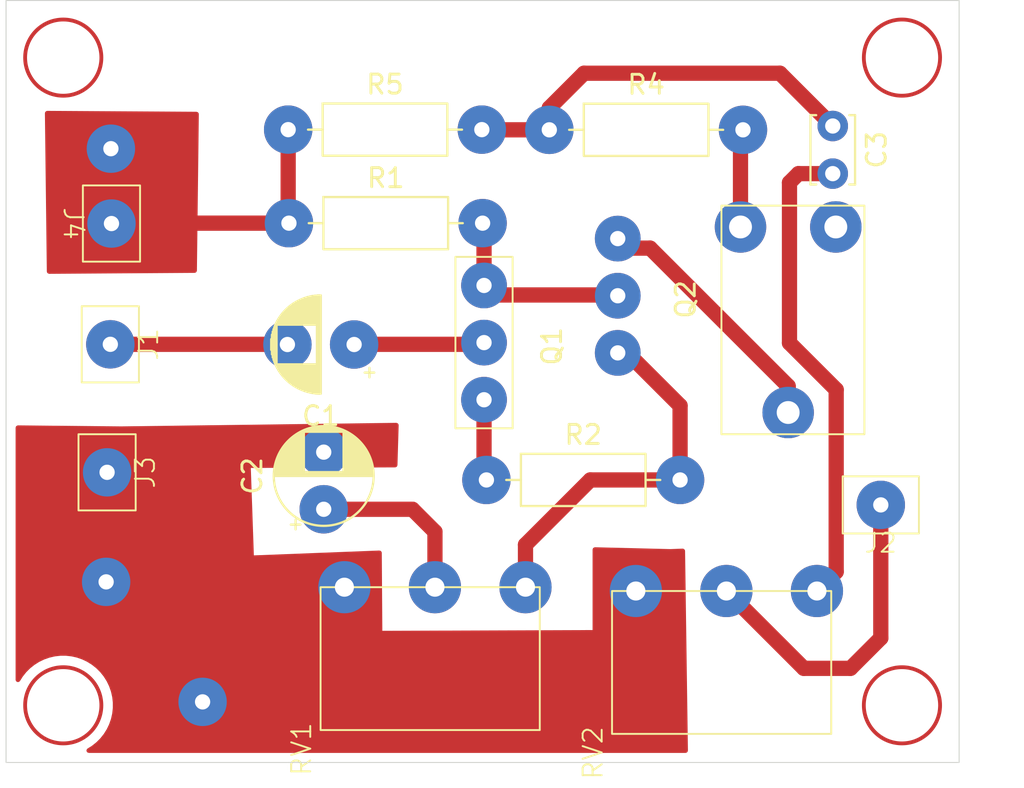
<source format=kicad_pcb>
(kicad_pcb (version 20241229) (generator "pcbnew") (generator_version "9.0")
  (layers (0 "F.Cu" signal) (2 "B.Cu" signal) (13 "F.Paste" user) (15 "B.Paste" user) (5 "F.SilkS" user "F.Silkscreen") (7 "B.SilkS" user "B.Silkscreen") (1 "F.Mask" user) (3 "B.Mask" user) (25 "Edge.Cuts" user))
  (net 0 "")
  (net 1 "AUDIO_INPUT")
  (net 2 "Net-(Q1-B)")
  (net 3 "GNDREF")
  (net 4 "Net-(C2-Pad1)")
  (net 5 "Net-(C3-Pad1)")
  (net 6 "Net-(C3-Pad2)")
  (net 7 "OUTPUT_INPUT")
  (net 8 "+9V")
  (net 9 "Net-(Q1-E)")
  (net 10 "Net-(Q1-C)")
  (net 11 "Net-(Q2-C)")
  (net 12 "Net-(Q2-E)")
  (net 13 "Net-(R4-Pad2)")
  (footprint "Package_TO_SOT_THT:TO-92L_MOD" (layer "F.Cu") (at 91.115 86.85 -90)
    (property "Reference" "Q1" (at 1.19 -3.56 90) (layer "F.SilkS"))
    (property "Value" "2N2222")
    (fp_rect (start -3.5 -1.5) (end 5.5 1.5) (stroke (width 0.1)) (fill no) (layer "F.SilkS"))
    (pad "1" thru_hole circle (at -2 0 270) (size 2.4 2.4) (drill 0.8) (layers "*.Cu" "*.Mask") (net 10 "Net-(Q1-C)"))
    (pad "2" thru_hole circle (at 1 0 270) (size 2.4 2.4) (drill 0.8) (layers "*.Cu" "*.Mask") (net 2 "Net-(Q1-B)"))
    (pad "3" thru_hole circle (at 4 0 270) (size 2.4 2.4) (drill 0.8) (layers "*.Cu" "*.Mask") (net 9 "Net-(Q1-E)"))
  )
  (footprint "Capacitor_THT:CP_Radial_D5.0mm_P2.50mm" (layer "F.Cu") (at 82.704888 96.1 90)
    (property "Reference" "C2" (at 1.25 -3.75 90) (layer "F.SilkS"))
    (property "Value" "22uF")
    (fp_line (start 1.29 -2.58) (end 1.29 2.58) (stroke (width 0.12)) (layer "F.SilkS"))
    (fp_line (start 1.25 -2.58) (end 1.25 2.58) (stroke (width 0.12)) (layer "F.SilkS"))
    (fp_line (start 1.33 -2.579) (end 1.33 2.579) (stroke (width 0.12)) (layer "F.SilkS"))
    (fp_line (start 1.37 -2.577) (end 1.37 2.577) (stroke (width 0.12)) (layer "F.SilkS"))
    (fp_line (start 1.41 -2.575) (end 1.41 2.575) (stroke (width 0.12)) (layer "F.SilkS"))
    (fp_line (start 1.45 -2.572) (end 1.45 2.572) (stroke (width 0.12)) (layer "F.SilkS"))
    (fp_line (start 1.49 -2.569) (end 1.49 -1.04) (stroke (width 0.12)) (layer "F.SilkS"))
    (fp_line (start 1.53 -2.565) (end 1.53 -1.04) (stroke (width 0.12)) (layer "F.SilkS"))
    (fp_line (start 1.57 -2.56) (end 1.57 -1.04) (stroke (width 0.12)) (layer "F.SilkS"))
    (fp_line (start 1.61 -2.555) (end 1.61 -1.04) (stroke (width 0.12)) (layer "F.SilkS"))
    (fp_line (start 1.65 -2.549) (end 1.65 -1.04) (stroke (width 0.12)) (layer "F.SilkS"))
    (fp_line (start 1.69 -2.543) (end 1.69 -1.04) (stroke (width 0.12)) (layer "F.SilkS"))
    (fp_line (start 1.73 -2.536) (end 1.73 -1.04) (stroke (width 0.12)) (layer "F.SilkS"))
    (fp_line (start 1.77 -2.528) (end 1.77 -1.04) (stroke (width 0.12)) (layer "F.SilkS"))
    (fp_line (start 1.81 -2.519) (end 1.81 -1.04) (stroke (width 0.12)) (layer "F.SilkS"))
    (fp_line (start 1.85 -2.51) (end 1.85 -1.04) (stroke (width 0.12)) (layer "F.SilkS"))
    (fp_line (start 1.89 -2.501) (end 1.89 -1.04) (stroke (width 0.12)) (layer "F.SilkS"))
    (fp_line (start 1.93 -2.49) (end 1.93 -1.04) (stroke (width 0.12)) (layer "F.SilkS"))
    (fp_line (start 1.97 -2.479) (end 1.97 -1.04) (stroke (width 0.12)) (layer "F.SilkS"))
    (fp_line (start 2.01 -2.467) (end 2.01 -1.04) (stroke (width 0.12)) (layer "F.SilkS"))
    (fp_line (start 2.05 -2.455) (end 2.05 -1.04) (stroke (width 0.12)) (layer "F.SilkS"))
    (fp_line (start 2.09 -2.442) (end 2.09 -1.04) (stroke (width 0.12)) (layer "F.SilkS"))
    (fp_line (start 2.13 -2.428) (end 2.13 -1.04) (stroke (width 0.12)) (layer "F.SilkS"))
    (fp_line (start 2.17 -2.413) (end 2.17 -1.04) (stroke (width 0.12)) (layer "F.SilkS"))
    (fp_line (start 2.21 -2.398) (end 2.21 -1.04) (stroke (width 0.12)) (layer "F.SilkS"))
    (fp_line (start 2.25 -2.382) (end 2.25 -1.04) (stroke (width 0.12)) (layer "F.SilkS"))
    (fp_line (start 2.29 -2.365) (end 2.29 -1.04) (stroke (width 0.12)) (layer "F.SilkS"))
    (fp_line (start 2.33 -2.347) (end 2.33 -1.04) (stroke (width 0.12)) (layer "F.SilkS"))
    (fp_line (start 2.37 -2.329) (end 2.37 -1.04) (stroke (width 0.12)) (layer "F.SilkS"))
    (fp_line (start 2.41 -2.309) (end 2.41 -1.04) (stroke (width 0.12)) (layer "F.SilkS"))
    (fp_line (start 2.45 -2.289) (end 2.45 -1.04) (stroke (width 0.12)) (layer "F.SilkS"))
    (fp_line (start 2.49 -2.268) (end 2.49 -1.04) (stroke (width 0.12)) (layer "F.SilkS"))
    (fp_line (start 2.53 -2.246) (end 2.53 -1.04) (stroke (width 0.12)) (layer "F.SilkS"))
    (fp_line (start 2.57 -2.223) (end 2.57 -1.04) (stroke (width 0.12)) (layer "F.SilkS"))
    (fp_line (start 2.61 -2.199) (end 2.61 -1.04) (stroke (width 0.12)) (layer "F.SilkS"))
    (fp_line (start 2.65 -2.175) (end 2.65 -1.04) (stroke (width 0.12)) (layer "F.SilkS"))
    (fp_line (start 2.69 -2.149) (end 2.69 -1.04) (stroke (width 0.12)) (layer "F.SilkS"))
    (fp_line (start 2.73 -2.122) (end 2.73 -1.04) (stroke (width 0.12)) (layer "F.SilkS"))
    (fp_line (start 2.77 -2.094) (end 2.77 -1.04) (stroke (width 0.12)) (layer "F.SilkS"))
    (fp_line (start 2.81 -2.065) (end 2.81 -1.04) (stroke (width 0.12)) (layer "F.SilkS"))
    (fp_line (start 2.85 -2.035) (end 2.85 -1.04) (stroke (width 0.12)) (layer "F.SilkS"))
    (fp_line (start 2.89 -2.003) (end 2.89 -1.04) (stroke (width 0.12)) (layer "F.SilkS"))
    (fp_line (start 2.93 -1.97) (end 2.93 -1.04) (stroke (width 0.12)) (layer "F.SilkS"))
    (fp_line (start 2.97 -1.936) (end 2.97 -1.04) (stroke (width 0.12)) (layer "F.SilkS"))
    (fp_line (start 3.01 -1.901) (end 3.01 -1.04) (stroke (width 0.12)) (layer "F.SilkS"))
    (fp_line (start 3.05 -1.864) (end 3.05 -1.04) (stroke (width 0.12)) (layer "F.SilkS"))
    (fp_line (start 3.09 -1.825) (end 3.09 -1.04) (stroke (width 0.12)) (layer "F.SilkS"))
    (fp_line (start 3.13 -1.785) (end 3.13 -1.04) (stroke (width 0.12)) (layer "F.SilkS"))
    (fp_line (start 3.17 -1.743) (end 3.17 -1.04) (stroke (width 0.12)) (layer "F.SilkS"))
    (fp_line (start -1.304775 -1.725) (end -1.304775 -1.225) (stroke (width 0.12)) (layer "F.SilkS"))
    (fp_line (start 3.21 -1.699) (end 3.21 -1.04) (stroke (width 0.12)) (layer "F.SilkS"))
    (fp_line (start 3.25 -1.652) (end 3.25 -1.04) (stroke (width 0.12)) (layer "F.SilkS"))
    (fp_line (start 3.29 -1.604) (end 3.29 -1.04) (stroke (width 0.12)) (layer "F.SilkS"))
    (fp_line (start 3.33 -1.553) (end 3.33 -1.04) (stroke (width 0.12)) (layer "F.SilkS"))
    (fp_line (start 3.37 -1.499) (end 3.37 -1.04) (stroke (width 0.12)) (layer "F.SilkS"))
    (fp_line (start -1.554775 -1.475) (end -1.054775 -1.475) (stroke (width 0.12)) (layer "F.SilkS"))
    (fp_line (start 3.41 -1.443) (end 3.41 -1.04) (stroke (width 0.12)) (layer "F.SilkS"))
    (fp_line (start 3.45 -1.383) (end 3.45 -1.04) (stroke (width 0.12)) (layer "F.SilkS"))
    (fp_line (start 3.49 -1.319) (end 3.49 -1.04) (stroke (width 0.12)) (layer "F.SilkS"))
    (fp_line (start 3.53 -1.251) (end 3.53 -1.04) (stroke (width 0.12)) (layer "F.SilkS"))
    (fp_line (start 3.57 -1.177) (end 3.57 1.177) (stroke (width 0.12)) (layer "F.SilkS"))
    (fp_line (start 3.61 -1.098) (end 3.61 1.098) (stroke (width 0.12)) (layer "F.SilkS"))
    (fp_line (start 3.65 -1.011) (end 3.65 1.011) (stroke (width 0.12)) (layer "F.SilkS"))
    (fp_line (start 3.69 -0.914) (end 3.69 0.914) (stroke (width 0.12)) (layer "F.SilkS"))
    (fp_line (start 3.73 -0.805) (end 3.73 0.805) (stroke (width 0.12)) (layer "F.SilkS"))
    (fp_line (start 3.77 -0.677) (end 3.77 0.677) (stroke (width 0.12)) (layer "F.SilkS"))
    (fp_line (start 3.81 -0.517) (end 3.81 0.517) (stroke (width 0.12)) (layer "F.SilkS"))
    (fp_line (start 3.85 -0.283) (end 3.85 0.283) (stroke (width 0.12)) (layer "F.SilkS"))
    (fp_line (start 3.53 1.04) (end 3.53 1.251) (stroke (width 0.12)) (layer "F.SilkS"))
    (fp_line (start 3.49 1.04) (end 3.49 1.319) (stroke (width 0.12)) (layer "F.SilkS"))
    (fp_line (start 3.45 1.04) (end 3.45 1.383) (stroke (width 0.12)) (layer "F.SilkS"))
    (fp_line (start 3.41 1.04) (end 3.41 1.443) (stroke (width 0.12)) (layer "F.SilkS"))
    (fp_line (start 3.37 1.04) (end 3.37 1.499) (stroke (width 0.12)) (layer "F.SilkS"))
    (fp_line (start 3.33 1.04) (end 3.33 1.553) (stroke (width 0.12)) (layer "F.SilkS"))
    (fp_line (start 3.29 1.04) (end 3.29 1.604) (stroke (width 0.12)) (layer "F.SilkS"))
    (fp_line (start 3.25 1.04) (end 3.25 1.652) (stroke (width 0.12)) (layer "F.SilkS"))
    (fp_line (start 3.21 1.04) (end 3.21 1.699) (stroke (width 0.12)) (layer "F.SilkS"))
    (fp_line (start 3.17 1.04) (end 3.17 1.743) (stroke (width 0.12)) (layer "F.SilkS"))
    (fp_line (start 3.13 1.04) (end 3.13 1.785) (stroke (width 0.12)) (layer "F.SilkS"))
    (fp_line (start 3.09 1.04) (end 3.09 1.825) (stroke (width 0.12)) (layer "F.SilkS"))
    (fp_line (start 3.05 1.04) (end 3.05 1.864) (stroke (width 0.12)) (layer "F.SilkS"))
    (fp_line (start 3.01 1.04) (end 3.01 1.901) (stroke (width 0.12)) (layer "F.SilkS"))
    (fp_line (start 2.97 1.04) (end 2.97 1.936) (stroke (width 0.12)) (layer "F.SilkS"))
    (fp_line (start 2.93 1.04) (end 2.93 1.97) (stroke (width 0.12)) (layer "F.SilkS"))
    (fp_line (start 2.89 1.04) (end 2.89 2.003) (stroke (width 0.12)) (layer "F.SilkS"))
    (fp_line (start 2.85 1.04) (end 2.85 2.035) (stroke (width 0.12)) (layer "F.SilkS"))
    (fp_line (start 2.81 1.04) (end 2.81 2.065) (stroke (width 0.12)) (layer "F.SilkS"))
    (fp_line (start 2.77 1.04) (end 2.77 2.094) (stroke (width 0.12)) (layer "F.SilkS"))
    (fp_line (start 2.73 1.04) (end 2.73 2.122) (stroke (width 0.12)) (layer "F.SilkS"))
    (fp_line (start 2.69 1.04) (end 2.69 2.149) (stroke (width 0.12)) (layer "F.SilkS"))
    (fp_line (start 2.65 1.04) (end 2.65 2.175) (stroke (width 0.12)) (layer "F.SilkS"))
    (fp_line (start 2.61 1.04) (end 2.61 2.199) (stroke (width 0.12)) (layer "F.SilkS"))
    (fp_line (start 2.57 1.04) (end 2.57 2.223) (stroke (width 0.12)) (layer "F.SilkS"))
    (fp_line (start 2.53 1.04) (end 2.53 2.246) (stroke (width 0.12)) (layer "F.SilkS"))
    (fp_line (start 2.49 1.04) (end 2.49 2.268) (stroke (width 0.12)) (layer "F.SilkS"))
    (fp_line (start 2.45 1.04) (end 2.45 2.289) (stroke (width 0.12)) (layer "F.SilkS"))
    (fp_line (start 2.41 1.04) (end 2.41 2.309) (stroke (width 0.12)) (layer "F.SilkS"))
    (fp_line (start 2.37 1.04) (end 2.37 2.329) (stroke (width 0.12)) (layer "F.SilkS"))
    (fp_line (start 2.33 1.04) (end 2.33 2.347) (stroke (width 0.12)) (layer "F.SilkS"))
    (fp_line (start 2.29 1.04) (end 2.29 2.365) (stroke (width 0.12)) (layer "F.SilkS"))
    (fp_line (start 2.25 1.04) (end 2.25 2.382) (stroke (width 0.12)) (layer "F.SilkS"))
    (fp_line (start 2.21 1.04) (end 2.21 2.398) (stroke (width 0.12)) (layer "F.SilkS"))
    (fp_line (start 2.17 1.04) (end 2.17 2.413) (stroke (width 0.12)) (layer "F.SilkS"))
    (fp_line (start 2.13 1.04) (end 2.13 2.428) (stroke (width 0.12)) (layer "F.SilkS"))
    (fp_line (start 2.09 1.04) (end 2.09 2.442) (stroke (width 0.12)) (layer "F.SilkS"))
    (fp_line (start 2.05 1.04) (end 2.05 2.455) (stroke (width 0.12)) (layer "F.SilkS"))
    (fp_line (start 2.01 1.04) (end 2.01 2.467) (stroke (width 0.12)) (layer "F.SilkS"))
    (fp_line (start 1.97 1.04) (end 1.97 2.479) (stroke (width 0.12)) (layer "F.SilkS"))
    (fp_line (start 1.93 1.04) (end 1.93 2.49) (stroke (width 0.12)) (layer "F.SilkS"))
    (fp_line (start 1.89 1.04) (end 1.89 2.501) (stroke (width 0.12)) (layer "F.SilkS"))
    (fp_line (start 1.85 1.04) (end 1.85 2.51) (stroke (width 0.12)) (layer "F.SilkS"))
    (fp_line (start 1.81 1.04) (end 1.81 2.519) (stroke (width 0.12)) (layer "F.SilkS"))
    (fp_line (start 1.77 1.04) (end 1.77 2.528) (stroke (width 0.12)) (layer "F.SilkS"))
    (fp_line (start 1.73 1.04) (end 1.73 2.536) (stroke (width 0.12)) (layer "F.SilkS"))
    (fp_line (start 1.69 1.04) (end 1.69 2.543) (stroke (width 0.12)) (layer "F.SilkS"))
    (fp_line (start 1.65 1.04) (end 1.65 2.549) (stroke (width 0.12)) (layer "F.SilkS"))
    (fp_line (start 1.61 1.04) (end 1.61 2.555) (stroke (width 0.12)) (layer "F.SilkS"))
    (fp_line (start 1.57 1.04) (end 1.57 2.56) (stroke (width 0.12)) (layer "F.SilkS"))
    (fp_line (start 1.53 1.04) (end 1.53 2.565) (stroke (width 0.12)) (layer "F.SilkS"))
    (fp_line (start 1.49 1.04) (end 1.49 2.569) (stroke (width 0.12)) (layer "F.SilkS"))
    (fp_circle (center 1.25 0) (end 3.87 0) (stroke (width 0.12)) (fill no) (layer "F.SilkS"))
    (pad "1" thru_hole circle (at -0.5 0 90) (size 2.54 2.54) (drill 0.8) (layers "*.Cu" "*.Mask") (net 4 "Net-(C2-Pad1)"))
    (pad "2" thru_hole circle (at 2.5 0 90) (size 2.54 2.54) (drill 0.8) (layers "*.Cu" "*.Mask") (net 3 "GNDREF"))
  )
  (footprint "BJT:TO-92L_MOD" (layer "F.Cu") (at 98.13 84.39 -90)
    (property "Reference" "Q2" (at 1.19 -3.56 90) (layer "F.SilkS"))
    (property "Value" "2N2222")
    (pad "1" thru_hole circle (at -2 0 270) (size 2.4 2.4) (drill 0.8) (layers "*.Cu" "*.Mask") (net 11 "Net-(Q2-C)"))
    (pad "2" thru_hole circle (at 1 0 270) (size 2.4 2.4) (drill 0.8) (layers "*.Cu" "*.Mask") (net 10 "Net-(Q1-C)"))
    (pad "3" thru_hole circle (at 4 0 270) (size 2.4 2.4) (drill 0.8) (layers "*.Cu" "*.Mask") (net 12 "Net-(Q2-E)"))
  )
  (footprint "Capacitor_THT:C_Disc_D3.4mm_W2.1mm_P2.50mm" (layer "F.Cu") (at 109.41 76.48 -90)
    (property "Reference" "C3" (at 1.25 -2.3 90) (layer "F.SilkS"))
    (property "Value" "0.01uF")
    (fp_line (start -0.57 1.17) (end -0.57 0.87) (stroke (width 0.12)) (layer "F.SilkS"))
    (fp_line (start 3.07 1.17) (end -0.57 1.17) (stroke (width 0.12)) (layer "F.SilkS"))
    (fp_line (start 3.07 0.87) (end 3.07 1.17) (stroke (width 0.12)) (layer "F.SilkS"))
    (fp_line (start -0.57 -0.87) (end -0.57 -1.17) (stroke (width 0.12)) (layer "F.SilkS"))
    (fp_line (start -0.57 -1.17) (end 3.07 -1.17) (stroke (width 0.12)) (layer "F.SilkS"))
    (fp_line (start 3.07 -1.17) (end 3.07 -0.87) (stroke (width 0.12)) (layer "F.SilkS"))
    (pad "1" thru_hole circle (at 0 0 270) (size 1.6 1.6) (drill 0.8) (layers "*.Cu" "*.Mask") (net 5 "Net-(C3-Pad1)"))
    (pad "2" thru_hole circle (at 2.5 0 270) (size 1.6 1.6) (drill 0.8) (layers "*.Cu" "*.Mask") (net 6 "Net-(C3-Pad2)"))
  )
  (footprint "Conn:Single_Conn" (layer "F.Cu") (at 111.93 98.87)
    (property "Reference" "J2" (at 0 -0.5 0) (layer "F.SilkS") (effects (font (thickness 0.1))))
    (property "Value" "Conn_01x01_Socket")
    (fp_rect (start -2 -4) (end 2 -1) (stroke (width 0.1)) (fill no) (layer "F.SilkS"))
    (pad "1" thru_hole circle (at 0 -2.5) (size 2.54 2.54) (drill 0.8) (layers "*.Cu" "*.Mask") (net 7 "OUTPUT_INPUT"))
  )
  (footprint "Resistor_THT:R_Axial_DIN0207_L6.3mm_D2.5mm_P10.16mm_Horizontal" (layer "F.Cu") (at 94.54 76.68)
    (property "Reference" "R4" (at 5.08 -2.37 0) (layer "F.SilkS"))
    (property "Value" "1K")
    (fp_line (start 1.04 0) (end 1.81 0) (stroke (width 0.12)) (layer "F.SilkS"))
    (fp_line (start 9.12 0) (end 8.35 0) (stroke (width 0.12)) (layer "F.SilkS"))
    (fp_rect (start 1.81 -1.37) (end 8.35 1.37) (stroke (width 0.12)) (fill no) (layer "F.SilkS"))
    (pad "1" thru_hole circle (at 0 0) (size 2.54 2.54) (drill 0.8) (layers "*.Cu" "*.Mask") (net 5 "Net-(C3-Pad1)"))
    (pad "2" thru_hole circle (at 10.16 0) (size 2.54 2.54) (drill 0.8) (layers "*.Cu" "*.Mask") (net 13 "Net-(R4-Pad2)"))
  )
  (footprint "" (layer "F.Cu") (at 71.29 100.41)
    (property "Reference" "" (at 0 0 0) (layer "F.SilkS") (effects (font (size 1.27 1.27))))
    (property "Value" "")
    (pad "1" thru_hole circle (at 0 0 90) (size 2.54 2.54) (drill 0.8) (layers "*.Cu" "*.Mask") (net 3 "GNDREF"))
  )
  (footprint "Capacitor_THT:CP_Radial_D5.0mm_P2.50mm" (layer "F.Cu") (at 83.8 87.95 180)
    (property "Reference" "C1" (at 1.25 -3.75 0) (layer "F.SilkS"))
    (property "Value" "2.2uF")
    (fp_line (start 3.85 -0.283) (end 3.85 0.283) (stroke (width 0.12)) (layer "F.SilkS"))
    (fp_line (start 3.81 -0.517) (end 3.81 0.517) (stroke (width 0.12)) (layer "F.SilkS"))
    (fp_line (start 3.77 -0.677) (end 3.77 0.677) (stroke (width 0.12)) (layer "F.SilkS"))
    (fp_line (start 3.73 -0.805) (end 3.73 0.805) (stroke (width 0.12)) (layer "F.SilkS"))
    (fp_line (start 3.69 -0.914) (end 3.69 0.914) (stroke (width 0.12)) (layer "F.SilkS"))
    (fp_line (start 3.65 -1.011) (end 3.65 1.011) (stroke (width 0.12)) (layer "F.SilkS"))
    (fp_line (start 3.61 -1.098) (end 3.61 1.098) (stroke (width 0.12)) (layer "F.SilkS"))
    (fp_line (start 3.57 -1.177) (end 3.57 1.177) (stroke (width 0.12)) (layer "F.SilkS"))
    (fp_line (start 3.53 1.04) (end 3.53 1.251) (stroke (width 0.12)) (layer "F.SilkS"))
    (fp_line (start 3.53 -1.251) (end 3.53 -1.04) (stroke (width 0.12)) (layer "F.SilkS"))
    (fp_line (start 3.49 1.04) (end 3.49 1.319) (stroke (width 0.12)) (layer "F.SilkS"))
    (fp_line (start 3.49 -1.319) (end 3.49 -1.04) (stroke (width 0.12)) (layer "F.SilkS"))
    (fp_line (start 3.45 1.04) (end 3.45 1.383) (stroke (width 0.12)) (layer "F.SilkS"))
    (fp_line (start 3.45 -1.383) (end 3.45 -1.04) (stroke (width 0.12)) (layer "F.SilkS"))
    (fp_line (start 3.41 1.04) (end 3.41 1.443) (stroke (width 0.12)) (layer "F.SilkS"))
    (fp_line (start 3.41 -1.443) (end 3.41 -1.04) (stroke (width 0.12)) (layer "F.SilkS"))
    (fp_line (start 3.37 1.04) (end 3.37 1.499) (stroke (width 0.12)) (layer "F.SilkS"))
    (fp_line (start 3.37 -1.499) (end 3.37 -1.04) (stroke (width 0.12)) (layer "F.SilkS"))
    (fp_line (start 3.33 1.04) (end 3.33 1.553) (stroke (width 0.12)) (layer "F.SilkS"))
    (fp_line (start 3.33 -1.553) (end 3.33 -1.04) (stroke (width 0.12)) (layer "F.SilkS"))
    (fp_line (start 3.29 1.04) (end 3.29 1.604) (stroke (width 0.12)) (layer "F.SilkS"))
    (fp_line (start 3.29 -1.604) (end 3.29 -1.04) (stroke (width 0.12)) (layer "F.SilkS"))
    (fp_line (start 3.25 1.04) (end 3.25 1.652) (stroke (width 0.12)) (layer "F.SilkS"))
    (fp_line (start 3.25 -1.652) (end 3.25 -1.04) (stroke (width 0.12)) (layer "F.SilkS"))
    (fp_line (start 3.21 1.04) (end 3.21 1.699) (stroke (width 0.12)) (layer "F.SilkS"))
    (fp_line (start 3.21 -1.699) (end 3.21 -1.04) (stroke (width 0.12)) (layer "F.SilkS"))
    (fp_line (start 3.17 1.04) (end 3.17 1.743) (stroke (width 0.12)) (layer "F.SilkS"))
    (fp_line (start 3.17 -1.743) (end 3.17 -1.04) (stroke (width 0.12)) (layer "F.SilkS"))
    (fp_line (start 3.13 1.04) (end 3.13 1.785) (stroke (width 0.12)) (layer "F.SilkS"))
    (fp_line (start 3.13 -1.785) (end 3.13 -1.04) (stroke (width 0.12)) (layer "F.SilkS"))
    (fp_line (start 3.09 1.04) (end 3.09 1.825) (stroke (width 0.12)) (layer "F.SilkS"))
    (fp_line (start 3.09 -1.825) (end 3.09 -1.04) (stroke (width 0.12)) (layer "F.SilkS"))
    (fp_line (start 3.05 1.04) (end 3.05 1.864) (stroke (width 0.12)) (layer "F.SilkS"))
    (fp_line (start 3.05 -1.864) (end 3.05 -1.04) (stroke (width 0.12)) (layer "F.SilkS"))
    (fp_line (start 3.01 1.04) (end 3.01 1.901) (stroke (width 0.12)) (layer "F.SilkS"))
    (fp_line (start 3.01 -1.901) (end 3.01 -1.04) (stroke (width 0.12)) (layer "F.SilkS"))
    (fp_line (start 2.97 1.04) (end 2.97 1.936) (stroke (width 0.12)) (layer "F.SilkS"))
    (fp_line (start 2.97 -1.936) (end 2.97 -1.04) (stroke (width 0.12)) (layer "F.SilkS"))
    (fp_line (start 2.93 1.04) (end 2.93 1.97) (stroke (width 0.12)) (layer "F.SilkS"))
    (fp_line (start 2.93 -1.97) (end 2.93 -1.04) (stroke (width 0.12)) (layer "F.SilkS"))
    (fp_line (start 2.89 1.04) (end 2.89 2.003) (stroke (width 0.12)) (layer "F.SilkS"))
    (fp_line (start 2.89 -2.003) (end 2.89 -1.04) (stroke (width 0.12)) (layer "F.SilkS"))
    (fp_line (start 2.85 1.04) (end 2.85 2.035) (stroke (width 0.12)) (layer "F.SilkS"))
    (fp_line (start 2.85 -2.035) (end 2.85 -1.04) (stroke (width 0.12)) (layer "F.SilkS"))
    (fp_line (start 2.81 1.04) (end 2.81 2.065) (stroke (width 0.12)) (layer "F.SilkS"))
    (fp_line (start 2.81 -2.065) (end 2.81 -1.04) (stroke (width 0.12)) (layer "F.SilkS"))
    (fp_line (start 2.77 1.04) (end 2.77 2.094) (stroke (width 0.12)) (layer "F.SilkS"))
    (fp_line (start 2.77 -2.094) (end 2.77 -1.04) (stroke (width 0.12)) (layer "F.SilkS"))
    (fp_line (start 2.73 1.04) (end 2.73 2.122) (stroke (width 0.12)) (layer "F.SilkS"))
    (fp_line (start 2.73 -2.122) (end 2.73 -1.04) (stroke (width 0.12)) (layer "F.SilkS"))
    (fp_line (start 2.69 1.04) (end 2.69 2.149) (stroke (width 0.12)) (layer "F.SilkS"))
    (fp_line (start 2.69 -2.149) (end 2.69 -1.04) (stroke (width 0.12)) (layer "F.SilkS"))
    (fp_line (start 2.65 1.04) (end 2.65 2.175) (stroke (width 0.12)) (layer "F.SilkS"))
    (fp_line (start 2.65 -2.175) (end 2.65 -1.04) (stroke (width 0.12)) (layer "F.SilkS"))
    (fp_line (start 2.61 1.04) (end 2.61 2.199) (stroke (width 0.12)) (layer "F.SilkS"))
    (fp_line (start 2.61 -2.199) (end 2.61 -1.04) (stroke (width 0.12)) (layer "F.SilkS"))
    (fp_line (start 2.57 1.04) (end 2.57 2.223) (stroke (width 0.12)) (layer "F.SilkS"))
    (fp_line (start 2.57 -2.223) (end 2.57 -1.04) (stroke (width 0.12)) (layer "F.SilkS"))
    (fp_line (start 2.53 1.04) (end 2.53 2.246) (stroke (width 0.12)) (layer "F.SilkS"))
    (fp_line (start 2.53 -2.246) (end 2.53 -1.04) (stroke (width 0.12)) (layer "F.SilkS"))
    (fp_line (start 2.49 1.04) (end 2.49 2.268) (stroke (width 0.12)) (layer "F.SilkS"))
    (fp_line (start 2.49 -2.268) (end 2.49 -1.04) (stroke (width 0.12)) (layer "F.SilkS"))
    (fp_line (start 2.45 1.04) (end 2.45 2.289) (stroke (width 0.12)) (layer "F.SilkS"))
    (fp_line (start 2.45 -2.289) (end 2.45 -1.04) (stroke (width 0.12)) (layer "F.SilkS"))
    (fp_line (start 2.41 1.04) (end 2.41 2.309) (stroke (width 0.12)) (layer "F.SilkS"))
    (fp_line (start 2.41 -2.309) (end 2.41 -1.04) (stroke (width 0.12)) (layer "F.SilkS"))
    (fp_line (start 2.37 1.04) (end 2.37 2.329) (stroke (width 0.12)) (layer "F.SilkS"))
    (fp_line (start 2.37 -2.329) (end 2.37 -1.04) (stroke (width 0.12)) (layer "F.SilkS"))
    (fp_line (start 2.33 1.04) (end 2.33 2.347) (stroke (width 0.12)) (layer "F.SilkS"))
    (fp_line (start 2.33 -2.347) (end 2.33 -1.04) (stroke (width 0.12)) (layer "F.SilkS"))
    (fp_line (start 2.29 1.04) (end 2.29 2.365) (stroke (width 0.12)) (layer "F.SilkS"))
    (fp_line (start 2.29 -2.365) (end 2.29 -1.04) (stroke (width 0.12)) (layer "F.SilkS"))
    (fp_line (start 2.25 1.04) (end 2.25 2.382) (stroke (width 0.12)) (layer "F.SilkS"))
    (fp_line (start 2.25 -2.382) (end 2.25 -1.04) (stroke (width 0.12)) (layer "F.SilkS"))
    (fp_line (start 2.21 1.04) (end 2.21 2.398) (stroke (width 0.12)) (layer "F.SilkS"))
    (fp_line (start 2.21 -2.398) (end 2.21 -1.04) (stroke (width 0.12)) (layer "F.SilkS"))
    (fp_line (start 2.17 1.04) (end 2.17 2.413) (stroke (width 0.12)) (layer "F.SilkS"))
    (fp_line (start 2.17 -2.413) (end 2.17 -1.04) (stroke (width 0.12)) (layer "F.SilkS"))
    (fp_line (start 2.13 1.04) (end 2.13 2.428) (stroke (width 0.12)) (layer "F.SilkS"))
    (fp_line (start 2.13 -2.428) (end 2.13 -1.04) (stroke (width 0.12)) (layer "F.SilkS"))
    (fp_line (start 2.09 1.04) (end 2.09 2.442) (stroke (width 0.12)) (layer "F.SilkS"))
    (fp_line (start 2.09 -2.442) (end 2.09 -1.04) (stroke (width 0.12)) (layer "F.SilkS"))
    (fp_line (start 2.05 1.04) (end 2.05 2.455) (stroke (width 0.12)) (layer "F.SilkS"))
    (fp_line (start 2.05 -2.455) (end 2.05 -1.04) (stroke (width 0.12)) (layer "F.SilkS"))
    (fp_line (start 2.01 1.04) (end 2.01 2.467) (stroke (width 0.12)) (layer "F.SilkS"))
    (fp_line (start 2.01 -2.467) (end 2.01 -1.04) (stroke (width 0.12)) (layer "F.SilkS"))
    (fp_line (start 1.97 1.04) (end 1.97 2.479) (stroke (width 0.12)) (layer "F.SilkS"))
    (fp_line (start 1.97 -2.479) (end 1.97 -1.04) (stroke (width 0.12)) (layer "F.SilkS"))
    (fp_line (start 1.93 1.04) (end 1.93 2.49) (stroke (width 0.12)) (layer "F.SilkS"))
    (fp_line (start 1.93 -2.49) (end 1.93 -1.04) (stroke (width 0.12)) (layer "F.SilkS"))
    (fp_line (start 1.89 1.04) (end 1.89 2.501) (stroke (width 0.12)) (layer "F.SilkS"))
    (fp_line (start 1.89 -2.501) (end 1.89 -1.04) (stroke (width 0.12)) (layer "F.SilkS"))
    (fp_line (start 1.85 1.04) (end 1.85 2.51) (stroke (width 0.12)) (layer "F.SilkS"))
    (fp_line (start 1.85 -2.51) (end 1.85 -1.04) (stroke (width 0.12)) (layer "F.SilkS"))
    (fp_line (start 1.81 1.04) (end 1.81 2.519) (stroke (width 0.12)) (layer "F.SilkS"))
    (fp_line (start 1.81 -2.519) (end 1.81 -1.04) (stroke (width 0.12)) (layer "F.SilkS"))
    (fp_line (start 1.77 1.04) (end 1.77 2.528) (stroke (width 0.12)) (layer "F.SilkS"))
    (fp_line (start 1.77 -2.528) (end 1.77 -1.04) (stroke (width 0.12)) (layer "F.SilkS"))
    (fp_line (start 1.73 1.04) (end 1.73 2.536) (stroke (width 0.12)) (layer "F.SilkS"))
    (fp_line (start 1.73 -2.536) (end 1.73 -1.04) (stroke (width 0.12)) (layer "F.SilkS"))
    (fp_line (start 1.69 1.04) (end 1.69 2.543) (stroke (width 0.12)) (layer "F.SilkS"))
    (fp_line (start 1.69 -2.543) (end 1.69 -1.04) (stroke (width 0.12)) (layer "F.SilkS"))
    (fp_line (start 1.65 1.04) (end 1.65 2.549) (stroke (width 0.12)) (layer "F.SilkS"))
    (fp_line (start 1.65 -2.549) (end 1.65 -1.04) (stroke (width 0.12)) (layer "F.SilkS"))
    (fp_line (start 1.61 1.04) (end 1.61 2.555) (stroke (width 0.12)) (layer "F.SilkS"))
    (fp_line (start 1.61 -2.555) (end 1.61 -1.04) (stroke (width 0.12)) (layer "F.SilkS"))
    (fp_line (start 1.57 1.04) (end 1.57 2.56) (stroke (width 0.12)) (layer "F.SilkS"))
    (fp_line (start 1.57 -2.56) (end 1.57 -1.04) (stroke (width 0.12)) (layer "F.SilkS"))
    (fp_line (start 1.53 1.04) (end 1.53 2.565) (stroke (width 0.12)) (layer "F.SilkS"))
    (fp_line (start 1.53 -2.565) (end 1.53 -1.04) (stroke (width 0.12)) (layer "F.SilkS"))
    (fp_line (start 1.49 -2.569) (end 1.49 -1.04) (stroke (width 0.12)) (layer "F.SilkS"))
    (fp_line (start 1.45 -2.572) (end 1.45 2.572) (stroke (width 0.12)) (layer "F.SilkS"))
    (fp_line (start 1.41 -2.575) (end 1.41 2.575) (stroke (width 0.12)) (layer "F.SilkS"))
    (fp_line (start 1.37 -2.577) (end 1.37 2.577) (stroke (width 0.12)) (layer "F.SilkS"))
    (fp_line (start 1.33 -2.579) (end 1.33 2.579) (stroke (width 0.12)) (layer "F.SilkS"))
    (fp_line (start 1.29 -2.58) (end 1.29 2.58) (stroke (width 0.12)) (layer "F.SilkS"))
    (fp_line (start 1.25 -2.58) (end 1.25 2.58) (stroke (width 0.12)) (layer "F.SilkS"))
    (fp_line (start -1.304775 -1.725) (end -1.304775 -1.225) (stroke (width 0.12)) (layer "F.SilkS"))
    (fp_line (start -1.554775 -1.475) (end -1.054775 -1.475) (stroke (width 0.12)) (layer "F.SilkS"))
    (pad "1" thru_hole circle (at -0.5 0 180) (size 2.54 2.54) (drill 0.8) (layers "*.Cu" "*.Mask") (net 2 "Net-(Q1-B)"))
    (pad "2" thru_hole circle (at 3 0 180) (size 2.54 2.54) (drill 0.8) (layers "*.Cu" "*.Mask") (net 1 "AUDIO_INPUT"))
  )
  (footprint "" (layer "F.Cu") (at 76.35 106.71)
    (property "Reference" "" (at 0 0 0) (layer "F.SilkS") (effects (font (size 1.27 1.27))))
    (property "Value" "")
    (pad "1" thru_hole circle (at 0 0 90) (size 2.54 2.54) (drill 0.8) (layers "*.Cu" "*.Mask") (net 3 "GNDREF"))
  )
  (footprint "Conn:Single_Conn" (layer "F.Cu") (at 69.07 81.6 -90)
    (property "Reference" "J4" (at 0 -0.5 270) (layer "F.SilkS") (effects (font (thickness 0.1))))
    (property "Value" "Conn_01x01_Socket")
    (fp_rect (start -2 -4) (end 2 -1) (stroke (width 0.1)) (fill no) (layer "F.SilkS"))
    (pad "1" thru_hole circle (at 0 -2.5 270) (size 2.54 2.54) (drill 0.8) (layers "*.Cu" "*.Mask") (net 8 "+9V"))
  )
  (footprint "Resistor_THT:R_Axial_DIN0207_L6.3mm_D2.5mm_P10.16mm_Horizontal" (layer "F.Cu") (at 80.88 81.58)
    (property "Reference" "R1" (at 5.08 -2.37 0) (layer "F.SilkS"))
    (property "Value" "33K")
    (fp_line (start 1.04 0) (end 1.81 0) (stroke (width 0.12)) (layer "F.SilkS"))
    (fp_line (start 9.12 0) (end 8.35 0) (stroke (width 0.12)) (layer "F.SilkS"))
    (fp_rect (start 1.81 -1.37) (end 8.35 1.37) (stroke (width 0.12)) (fill no) (layer "F.SilkS"))
    (pad "1" thru_hole circle (at 0 0) (size 2.54 2.54) (drill 0.8) (layers "*.Cu" "*.Mask") (net 8 "+9V"))
    (pad "2" thru_hole circle (at 10.16 0) (size 2.54 2.54) (drill 0.8) (layers "*.Cu" "*.Mask") (net 10 "Net-(Q1-C)"))
  )
  (footprint "" (layer "F.Cu") (at 71.54 77.67)
    (property "Reference" "" (at 0 0 0) (layer "F.SilkS") (effects (font (size 1.27 1.27))))
    (property "Value" "")
    (pad "1" thru_hole circle (at 0 0 270) (size 2.54 2.54) (drill 0.8) (layers "*.Cu" "*.Mask") (net 8 "+9V"))
  )
  (footprint "Pot:pot_barato" (layer "F.Cu") (at 88.54 100.69 90)
    (property "Reference" "RV1" (at -8.5 -7 90) (layer "F.SilkS") (effects (font (thickness 0.1))))
    (property "Value" "1K")
    (fp_rect (start -7.5 -6) (end 0 5.5) (stroke (width 0.1)) (fill no) (layer "F.SilkS"))
    (pad "1" thru_hole circle (at 0 4.75 90) (size 2.74 2.74) (drill 1) (layers "*.Cu" "*.Mask") (net 12 "Net-(Q2-E)"))
    (pad "2" thru_hole circle (at 0 0 90) (size 2.74 2.74) (drill 1) (layers "*.Cu" "*.Mask") (net 4 "Net-(C2-Pad1)"))
    (pad "3" thru_hole circle (at 0 -4.75 90) (size 2.74 2.74) (drill 1) (layers "*.Cu" "*.Mask") (net 3 "GNDREF"))
  )
  (footprint "Resistor_THT:R_Axial_DIN0207_L6.3mm_D2.5mm_P10.16mm_Horizontal" (layer "F.Cu") (at 91.24 95.06)
    (property "Reference" "R2" (at 5.08 -2.37 0) (layer "F.SilkS"))
    (property "Value" "100K")
    (fp_line (start 1.04 0) (end 1.81 0) (stroke (width 0.12)) (layer "F.SilkS"))
    (fp_line (start 9.12 0) (end 8.35 0) (stroke (width 0.12)) (layer "F.SilkS"))
    (fp_rect (start 1.81 -1.37) (end 8.35 1.37) (stroke (width 0.12)) (fill no) (layer "F.SilkS"))
    (pad "1" thru_hole circle (at 0 0) (size 2.54 2.54) (drill 0.8) (layers "*.Cu" "*.Mask") (net 9 "Net-(Q1-E)"))
    (pad "2" thru_hole circle (at 10.16 0) (size 2.54 2.54) (drill 0.8) (layers "*.Cu" "*.Mask") (net 12 "Net-(Q2-E)"))
  )
  (footprint "Conn:Single_Conn" (layer "F.Cu") (at 73.84 94.66 90)
    (property "Reference" "J3" (at 0 -0.5 90) (layer "F.SilkS") (effects (font (thickness 0.1))))
    (property "Value" "Conn_01x01_Socket")
    (fp_rect (start -2 -4) (end 2 -1) (stroke (width 0.1)) (fill no) (layer "F.SilkS"))
    (pad "1" thru_hole circle (at 0 -2.5 90) (size 2.54 2.54) (drill 0.8) (layers "*.Cu" "*.Mask") (net 3 "GNDREF"))
  )
  (footprint "Conn:Single_Conn" (layer "F.Cu") (at 74.01 87.94 90)
    (property "Reference" "J1" (at 0 -0.5 90) (layer "F.SilkS") (effects (font (thickness 0.1))))
    (property "Value" "Audio_IN")
    (fp_rect (start -2 -4) (end 2 -1) (stroke (width 0.1)) (fill no) (layer "F.SilkS"))
    (pad "1" thru_hole circle (at 0 -2.5 90) (size 2.54 2.54) (drill 0.8) (layers "*.Cu" "*.Mask") (net 1 "AUDIO_INPUT"))
  )
  (footprint "Pot:pot_barato" (layer "F.Cu") (at 103.83 100.89 90)
    (property "Reference" "RV2" (at -8.5 -7 90) (layer "F.SilkS") (effects (font (thickness 0.1))))
    (property "Value" "500K A")
    (fp_rect (start -7.5 -6) (end 0 5.5) (stroke (width 0.1)) (fill no) (layer "F.SilkS"))
    (pad "1" thru_hole circle (at 0 4.75 90) (size 2.74 2.74) (drill 1) (layers "*.Cu" "*.Mask") (net 6 "Net-(C3-Pad2)"))
    (pad "2" thru_hole circle (at 0 0 90) (size 2.74 2.74) (drill 1) (layers "*.Cu" "*.Mask") (net 7 "OUTPUT_INPUT"))
    (pad "3" thru_hole circle (at 0 -4.75 90) (size 2.74 2.74) (drill 1) (layers "*.Cu" "*.Mask") (net 3 "GNDREF"))
  )
  (footprint "Pot:Trimmer" (layer "F.Cu") (at 107.07 81.78 180)
    (property "Reference" "RV3" (hide yes))
    (property "Value" "10K" (hide yes))
    (fp_rect (start -4 -10.88) (end 3.5 1.12) (stroke (width 0.1)) (fill no) (layer "F.SilkS"))
    (pad "1" thru_hole circle (at 2.5 0 180) (size 2.7 2.7) (drill 1.2) (layers "*.Cu" "*.Mask") (net 13 "Net-(R4-Pad2)"))
    (pad "2" thru_hole circle (at 0 -9.74 180) (size 2.7 2.7) (drill 1.2) (layers "*.Cu" "*.Mask") (net 11 "Net-(Q2-C)"))
    (pad "3" thru_hole circle (at -2.5 0 180) (size 2.7 2.7) (drill 1.2) (layers "*.Cu" "*.Mask"))
  )
  (footprint "Resistor_THT:R_Axial_DIN0207_L6.3mm_D2.5mm_P10.16mm_Horizontal" (layer "F.Cu") (at 80.84 76.67)
    (property "Reference" "R5" (at 5.08 -2.37 0) (layer "F.SilkS"))
    (property "Value" "330")
    (fp_line (start 1.04 0) (end 1.81 0) (stroke (width 0.12)) (layer "F.SilkS"))
    (fp_line (start 9.12 0) (end 8.35 0) (stroke (width 0.12)) (layer "F.SilkS"))
    (fp_rect (start 1.81 -1.37) (end 8.35 1.37) (stroke (width 0.12)) (fill no) (layer "F.SilkS"))
    (pad "1" thru_hole circle (at 0 0) (size 2.54 2.54) (drill 0.8) (layers "*.Cu" "*.Mask") (net 8 "+9V"))
    (pad "2" thru_hole circle (at 10.16 0) (size 2.54 2.54) (drill 0.8) (layers "*.Cu" "*.Mask") (net 5 "Net-(C3-Pad1)"))
  )
  (gr_circle (center 113.04 106.89) (end 115.04 106.89) (stroke (width 0.2)) (fill no) (layer "F.Cu"))
  (gr_circle (center 113.04 72.89) (end 115.04 72.89) (stroke (width 0.2)) (fill no) (layer "F.Cu"))
  (gr_circle (center 69.04 106.89) (end 71.04 106.89) (stroke (width 0.2)) (fill no) (layer "F.Cu"))
  (gr_circle (center 69.04 72.89) (end 71.04 72.89) (stroke (width 0.2)) (fill no) (layer "F.Cu"))
  (gr_rect (start 66.04 69.89) (end 116.04 109.89) (stroke (width 0.05)) (fill no) (layer "Edge.Cuts"))
  (segment (start 71.51 87.94) (end 81.24 87.94) (width 0.8) (layer "F.Cu") (net 1))
  (segment (start 90.83 87.94) (end 83.81 87.94) (width 0.8) (layer "F.Cu") (net 2))
  (segment (start 83.81 87.94) (end 83.8 87.95) (width 0.8) (layer "F.Cu") (net 2))
  (segment (start 91.15 87.62) (end 90.83 87.94) (width 0.8) (layer "F.Cu") (net 2))
  (segment (start 88.54 97.78) (end 87.36 96.6) (width 0.8) (layer "F.Cu") (net 4))
  (segment (start 88.54 100.69) (end 88.54 97.78) (width 0.8) (layer "F.Cu") (net 4))
  (segment (start 87.36 96.6) (end 82.704888 96.6) (width 0.8) (layer "F.Cu") (net 4))
  (segment (start 94.54 75.53) (end 96.36 73.71) (width 0.8) (layer "F.Cu") (net 5))
  (segment (start 94.54 76.68) (end 94.54 75.53) (width 0.8) (layer "F.Cu") (net 5))
  (segment (start 91.01 76.68) (end 91 76.67) (width 0.8) (layer "F.Cu") (net 5))
  (segment (start 106.64 73.71) (end 109.41 76.48) (width 0.8) (layer "F.Cu") (net 5))
  (segment (start 96.36 73.71) (end 106.64 73.71) (width 0.8) (layer "F.Cu") (net 5))
  (segment (start 94.54 76.68) (end 91.01 76.68) (width 0.8) (layer "F.Cu") (net 5))
  (segment (start 107.14 87.87) (end 109.59 90.32) (width 0.8) (layer "F.Cu") (net 6))
  (segment (start 109.59 99.88) (end 108.58 100.89) (width 0.8) (layer "F.Cu") (net 6))
  (segment (start 109.41 78.98) (end 107.61 78.98) (width 0.8) (layer "F.Cu") (net 6))
  (segment (start 107.61 78.98) (end 107.14 79.45) (width 0.8) (layer "F.Cu") (net 6))
  (segment (start 107.14 79.45) (end 107.14 87.87) (width 0.8) (layer "F.Cu") (net 6))
  (segment (start 109.59 90.32) (end 109.59 99.88) (width 0.8) (layer "F.Cu") (net 6))
  (segment (start 111.93 96.37) (end 111.93 103.36) (width 0.8) (layer "F.Cu") (net 7))
  (segment (start 107.89 104.95) (end 103.83 100.89) (width 0.8) (layer "F.Cu") (net 7))
  (segment (start 110.34 104.95) (end 107.89 104.95) (width 0.8) (layer "F.Cu") (net 7))
  (segment (start 111.93 103.36) (end 110.34 104.95) (width 0.8) (layer "F.Cu") (net 7))
  (segment (start 80.88 81.58) (end 71.59 81.58) (width 0.8) (layer "F.Cu") (net 8))
  (segment (start 71.59 81.58) (end 71.57 81.6) (width 0.8) (layer "F.Cu") (net 8))
  (segment (start 80.84 81.54) (end 80.88 81.58) (width 0.8) (layer "F.Cu") (net 8))
  (segment (start 80.84 76.67) (end 80.84 81.54) (width 0.8) (layer "F.Cu") (net 8))
  (segment (start 91.115 94.935) (end 91.24 95.06) (width 0.8) (layer "F.Cu") (net 9))
  (segment (start 91.115 90.35) (end 91.115 94.935) (width 0.8) (layer "F.Cu") (net 9))
  (segment (start 91.115 81.775) (end 91.3 81.59) (width 0.8) (layer "F.Cu") (net 10))
  (segment (start 98.09 85.35) (end 98.13 85.39) (width 0.8) (layer "F.Cu") (net 10))
  (segment (start 91.115 85.35) (end 98.09 85.35) (width 0.8) (layer "F.Cu") (net 10))
  (segment (start 91.115 85.35) (end 91.115 81.775) (width 0.8) (layer "F.Cu") (net 10))
  (segment (start 98.13 82.89) (end 99.827056 82.89) (width 0.8) (layer "F.Cu") (net 11))
  (segment (start 107.07 90.132944) (end 107.07 91.52) (width 0.8) (layer "F.Cu") (net 11))
  (segment (start 99.827056 82.89) (end 107.07 90.132944) (width 0.8) (layer "F.Cu") (net 11))
  (segment (start 98.13 87.89) (end 101.4 91.16) (width 0.8) (layer "F.Cu") (net 12))
  (segment (start 101.4 91.16) (end 101.4 95.06) (width 0.8) (layer "F.Cu") (net 12))
  (segment (start 101.4 95.06) (end 96.69 95.06) (width 0.8) (layer "F.Cu") (net 12))
  (segment (start 93.29 98.46) (end 93.29 100.69) (width 0.8) (layer "F.Cu") (net 12))
  (segment (start 96.69 95.06) (end 93.29 98.46) (width 0.8) (layer "F.Cu") (net 12))
  (segment (start 104.57 81.78) (end 104.57 76.81) (width 0.8) (layer "F.Cu") (net 13))
  (segment (start 104.57 76.81) (end 104.7 76.68) (width 0.8) (layer "F.Cu") (net 13))
  (zone (net 3) (net_name "GNDREF") (layer "F.Cu") (priority 2) (connect_pads yes (clearance 0.5)) (min_thickness 0.25) (fill yes (thermal_gap 0.5) (thermal_bridge_width 0.5))
    (polygon (pts (xy 86.64 92.06) (xy 86.57 94.4) (xy 78.88 94.43) (xy 79.04 99.02) (xy 85.75 98.76) (xy 85.78 102.98) (xy 96.81 102.94) (xy 96.81 98.59) (xy 100.89 98.69) (xy 101.66 98.66) (xy 101.82 109.85) (xy 66.15 109.85) (xy 66.15 92.19) (xy 72.079115 92.248996)))
  )
  (zone (net 8) (net_name "+9V") (layer "F.Cu") (priority 1) (connect_pads yes (clearance 0.5)) (min_thickness 0.25) (fill yes (thermal_gap 0.5) (thermal_bridge_width 0.5))
    (polygon (pts (xy 75.86 84.19) (xy 68.18 84.24) (xy 68.076079 75.683859) (xy 76.153741 75.733294) (xy 76.05 84.24) (xy 75.56 84.24)))
  )
)
</source>
